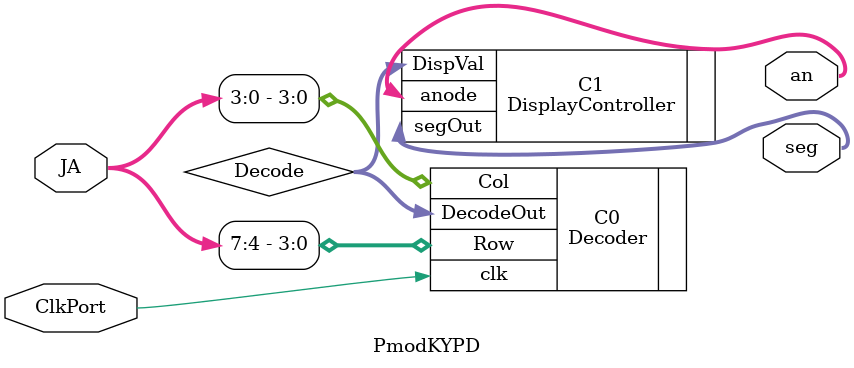
<source format=v>
`timescale 1ns / 1ps

// ==============================================================================================
// 												Define Module
// ==============================================================================================
module PmodKYPD(
    ClkPort,
    JA,
    an,
    seg
    );
	 
	 
// ==============================================================================================
// 											Port Declarations
// ==============================================================================================
	input ClkPort;					// 100Mhz onboard clock
	inout [7:0] JA;			// Port JA on Nexys3, JA[3:0] is Columns, JA[10:7] is rows
	output [3:0] an;			// Anodes on seven segment display
	output [6:0] seg;			// Cathodes on seven segment display

// ==============================================================================================
// 							  		Parameters, Regsiters, and Wires
// ==============================================================================================
	
	// Output wires
	wire [3:0] an;
	wire [6:0] seg;
	
	wire [3:0] Decode;

// ==============================================================================================
// 												Implementation
// ==============================================================================================

	//-----------------------------------------------
	//  						Decoder
	//-----------------------------------------------
	Decoder C0(
			.clk(ClkPort),
			.Row(JA[7:4]),
			.Col(JA[3:0]),
			.DecodeOut(Decode)
	);

	//-----------------------------------------------
	//  		Seven Segment Display Controller
	//-----------------------------------------------
	DisplayController C1(
			.DispVal(Decode),
			.anode(an),
			.segOut(seg)
	);

endmodule

</source>
